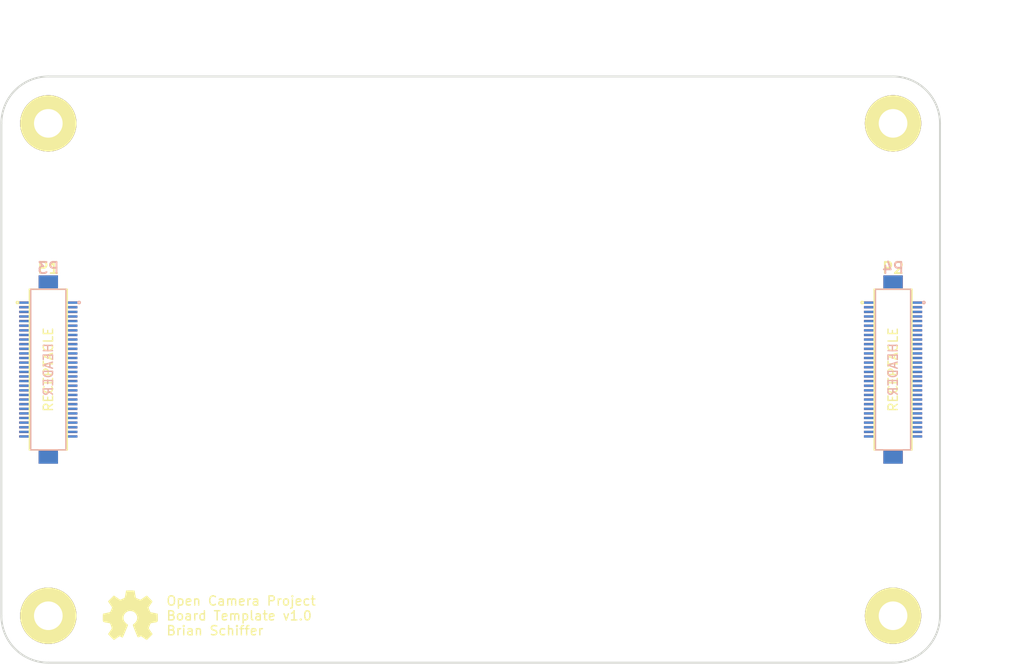
<source format=kicad_pcb>
(kicad_pcb (version 4) (host pcbnew "(2015-04-19 BZR 5613)-product")

  (general
    (links 178)
    (no_connects 178)
    (area 83.498856 68.27 202.615715 142.538)
    (thickness 1.6)
    (drawings 11)
    (tracks 0)
    (zones 0)
    (modules 9)
    (nets 63)
  )

  (page A)
  (title_block
    (title "Template - Board Name Here")
    (date "Sunday, June 07, 2015")
    (rev 1.0)
    (company "Open Camera Project")
    (comment 1 "Author: Brian Schiffer")
  )

  (layers
    (0 F.Cu signal)
    (1 F_inner.Cu signal hide)
    (2 B_inner.Cu signal hide)
    (31 B.Cu signal)
    (32 B.Adhes user)
    (33 F.Adhes user)
    (34 B.Paste user)
    (35 F.Paste user)
    (36 B.SilkS user)
    (37 F.SilkS user)
    (38 B.Mask user)
    (39 F.Mask user)
    (40 Dwgs.User user)
    (41 Cmts.User user)
    (42 Eco1.User user)
    (43 Eco2.User user)
    (44 Edge.Cuts user)
    (45 Margin user)
    (46 B.CrtYd user)
    (47 F.CrtYd user)
    (48 B.Fab user)
    (49 F.Fab user)
  )

  (setup
    (last_trace_width 0.1524)
    (user_trace_width 0.1524)
    (user_trace_width 0.2032)
    (user_trace_width 0.254)
    (user_trace_width 0.3048)
    (trace_clearance 0.1524)
    (zone_clearance 0.508)
    (zone_45_only yes)
    (trace_min 0.1524)
    (segment_width 0.2032)
    (edge_width 0.2032)
    (via_size 0.6858)
    (via_drill 0.3302)
    (via_min_size 0.6858)
    (via_min_drill 0.3302)
    (uvia_size 0.508)
    (uvia_drill 0.127)
    (uvias_allowed no)
    (uvia_min_size 0.508)
    (uvia_min_drill 0.127)
    (pcb_text_width 0.3)
    (pcb_text_size 1.5 1.5)
    (mod_edge_width 0.15)
    (mod_text_size 1 1)
    (mod_text_width 0.15)
    (pad_size 6.1 6.1)
    (pad_drill 3.1)
    (pad_to_mask_clearance 0)
    (aux_axis_origin 0 0)
    (visible_elements 7FFFFF7F)
    (pcbplotparams
      (layerselection 0x00030_80000001)
      (usegerberextensions false)
      (excludeedgelayer true)
      (linewidth 0.100000)
      (plotframeref false)
      (viasonmask false)
      (mode 1)
      (useauxorigin false)
      (hpglpennumber 1)
      (hpglpenspeed 20)
      (hpglpendiameter 15)
      (hpglpenoverlay 2)
      (psnegative false)
      (psa4output false)
      (plotreference true)
      (plotvalue true)
      (plotinvisibletext false)
      (padsonsilk false)
      (subtractmaskfromsilk false)
      (outputformat 1)
      (mirror false)
      (drillshape 1)
      (scaleselection 1)
      (outputdirectory ""))
  )

  (net 0 "")
  (net 1 GNDD)
  (net 2 /connectors/L1)
  (net 3 /connectors/L2)
  (net 4 /connectors/L3)
  (net 5 /connectors/L4)
  (net 6 /connectors/L5)
  (net 7 /connectors/L6)
  (net 8 /connectors/L7)
  (net 9 /connectors/L8)
  (net 10 /connectors/L9)
  (net 11 /connectors/L10)
  (net 12 /connectors/L11)
  (net 13 /connectors/L12)
  (net 14 /connectors/L13)
  (net 15 /connectors/L14)
  (net 16 /connectors/L15)
  (net 17 /connectors/L16)
  (net 18 /connectors/L17)
  (net 19 /connectors/L18)
  (net 20 /connectors/L19)
  (net 21 /connectors/L20)
  (net 22 /connectors/L21)
  (net 23 /connectors/L22)
  (net 24 /connectors/L23)
  (net 25 /connectors/L24)
  (net 26 /connectors/L25)
  (net 27 /connectors/L26)
  (net 28 /connectors/L27)
  (net 29 /connectors/L28)
  (net 30 /connectors/L29)
  (net 31 /connectors/L30)
  (net 32 GNDA)
  (net 33 /connectors/R1)
  (net 34 /connectors/R2)
  (net 35 /connectors/R3)
  (net 36 /connectors/R4)
  (net 37 /connectors/R5)
  (net 38 /connectors/R6)
  (net 39 /connectors/R7)
  (net 40 /connectors/R8)
  (net 41 /connectors/R9)
  (net 42 /connectors/R10)
  (net 43 /connectors/R11)
  (net 44 /connectors/R12)
  (net 45 /connectors/R13)
  (net 46 /connectors/R14)
  (net 47 /connectors/R15)
  (net 48 /connectors/R16)
  (net 49 /connectors/R17)
  (net 50 /connectors/R18)
  (net 51 /connectors/R19)
  (net 52 /connectors/R20)
  (net 53 /connectors/R21)
  (net 54 /connectors/R22)
  (net 55 /connectors/R23)
  (net 56 /connectors/R24)
  (net 57 /connectors/R25)
  (net 58 /connectors/R26)
  (net 59 /connectors/R27)
  (net 60 /connectors/R28)
  (net 61 /connectors/R29)
  (net 62 /connectors/R30)

  (net_class Default "This is the default net class."
    (clearance 0.1524)
    (trace_width 0.1524)
    (via_dia 0.6858)
    (via_drill 0.3302)
    (uvia_dia 0.508)
    (uvia_drill 0.127)
    (add_net /connectors/L1)
    (add_net /connectors/L10)
    (add_net /connectors/L11)
    (add_net /connectors/L12)
    (add_net /connectors/L13)
    (add_net /connectors/L14)
    (add_net /connectors/L15)
    (add_net /connectors/L16)
    (add_net /connectors/L17)
    (add_net /connectors/L18)
    (add_net /connectors/L19)
    (add_net /connectors/L2)
    (add_net /connectors/L20)
    (add_net /connectors/L21)
    (add_net /connectors/L22)
    (add_net /connectors/L23)
    (add_net /connectors/L24)
    (add_net /connectors/L25)
    (add_net /connectors/L26)
    (add_net /connectors/L27)
    (add_net /connectors/L28)
    (add_net /connectors/L29)
    (add_net /connectors/L3)
    (add_net /connectors/L30)
    (add_net /connectors/L4)
    (add_net /connectors/L5)
    (add_net /connectors/L6)
    (add_net /connectors/L7)
    (add_net /connectors/L8)
    (add_net /connectors/L9)
    (add_net /connectors/R1)
    (add_net /connectors/R10)
    (add_net /connectors/R11)
    (add_net /connectors/R12)
    (add_net /connectors/R13)
    (add_net /connectors/R14)
    (add_net /connectors/R15)
    (add_net /connectors/R16)
    (add_net /connectors/R17)
    (add_net /connectors/R18)
    (add_net /connectors/R19)
    (add_net /connectors/R2)
    (add_net /connectors/R20)
    (add_net /connectors/R21)
    (add_net /connectors/R22)
    (add_net /connectors/R23)
    (add_net /connectors/R24)
    (add_net /connectors/R25)
    (add_net /connectors/R26)
    (add_net /connectors/R27)
    (add_net /connectors/R28)
    (add_net /connectors/R29)
    (add_net /connectors/R3)
    (add_net /connectors/R30)
    (add_net /connectors/R4)
    (add_net /connectors/R5)
    (add_net /connectors/R6)
    (add_net /connectors/R7)
    (add_net /connectors/R8)
    (add_net /connectors/R9)
    (add_net GNDA)
    (add_net GNDD)
  )

  (module OpenCamera:oshw_logo (layer F.Cu) (tedit 5573AF1A) (tstamp 5573ADCD)
    (at 102.87 134.62)
    (fp_text reference "" (at 0 0) (layer Eco2.User) hide
      (effects (font (thickness 0.3)))
    )
    (fp_text value "" (at 0.75 0) (layer Eco2.User) hide
      (effects (font (thickness 0.3)))
    )
    (fp_poly (pts (xy 2.919555 0.4761) (xy 2.910354 0.554634) (xy 2.884819 0.607121) (xy 2.836363 0.641309)
      (xy 2.758402 0.664949) (xy 2.644349 0.68579) (xy 2.4892 0.711312) (xy 2.367677 0.733158)
      (xy 2.264825 0.75367) (xy 2.19077 0.770684) (xy 2.155638 0.782036) (xy 2.154588 0.782841)
      (xy 2.137074 0.814497) (xy 2.107083 0.881836) (xy 2.069361 0.972748) (xy 2.028654 1.075124)
      (xy 1.989706 1.176854) (xy 1.957262 1.26583) (xy 1.936069 1.329943) (xy 1.9304 1.354952)
      (xy 1.944187 1.386828) (xy 1.982062 1.451764) (xy 2.038796 1.541336) (xy 2.109159 1.647118)
      (xy 2.136856 1.687599) (xy 2.343313 1.987116) (xy 2.050809 2.279619) (xy 1.758306 2.572123)
      (xy 1.451472 2.361586) (xy 1.144638 2.151048) (xy 0.994432 2.231107) (xy 0.908029 2.273881)
      (xy 0.85467 2.290928) (xy 0.825191 2.284793) (xy 0.820168 2.279533) (xy 0.801609 2.244407)
      (xy 0.768084 2.170568) (xy 0.722754 2.065783) (xy 0.668776 1.93782) (xy 0.609308 1.794447)
      (xy 0.547509 1.643431) (xy 0.486538 1.492538) (xy 0.429553 1.349538) (xy 0.379713 1.222196)
      (xy 0.340175 1.118281) (xy 0.314098 1.04556) (xy 0.304641 1.011801) (xy 0.304641 1.011721)
      (xy 0.324796 0.972177) (xy 0.374626 0.926929) (xy 0.390619 0.916303) (xy 0.542238 0.795275)
      (xy 0.659737 0.645108) (xy 0.739813 0.474467) (xy 0.779163 0.292019) (xy 0.774485 0.106431)
      (xy 0.745353 -0.014526) (xy 0.658139 -0.203136) (xy 0.537186 -0.354473) (xy 0.385373 -0.466473)
      (xy 0.20558 -0.53707) (xy 0.000685 -0.564202) (xy -0.02178 -0.564445) (xy -0.132356 -0.560984)
      (xy -0.217565 -0.546572) (xy -0.302541 -0.515165) (xy -0.376835 -0.479073) (xy -0.542556 -0.367823)
      (xy -0.6712 -0.225037) (xy -0.759336 -0.056917) (xy -0.803529 0.13033) (xy -0.804549 0.294031)
      (xy -0.775217 0.452616) (xy -0.71538 0.595336) (xy -0.619889 0.730089) (xy -0.483598 0.864772)
      (xy -0.375307 0.9525) (xy -0.308801 1.0033) (xy -0.546978 1.5748) (xy -0.615511 1.738811)
      (xy -0.679622 1.891435) (xy -0.73607 2.025016) (xy -0.781611 2.131898) (xy -0.813003 2.204426)
      (xy -0.824187 2.229311) (xy -0.863219 2.312323) (xy -1.0195 2.233433) (xy -1.175781 2.154543)
      (xy -1.476043 2.359971) (xy -1.583509 2.433152) (xy -1.675042 2.494831) (xy -1.742993 2.539905)
      (xy -1.779715 2.563272) (xy -1.783918 2.5654) (xy -1.803469 2.548365) (xy -1.852617 2.50128)
      (xy -1.925195 2.43017) (xy -2.015035 2.341061) (xy -2.080422 2.275685) (xy -2.369314 1.985971)
      (xy -2.174435 1.704119) (xy -2.101263 1.597079) (xy -2.03834 1.502758) (xy -1.991553 1.430146)
      (xy -1.966788 1.388232) (xy -1.964923 1.384136) (xy -1.969061 1.350045) (xy -1.988288 1.280702)
      (xy -2.018372 1.187836) (xy -2.05508 1.083176) (xy -2.094179 0.978452) (xy -2.131437 0.885394)
      (xy -2.162622 0.815731) (xy -2.181899 0.782841) (xy -2.211403 0.77225) (xy -2.281016 0.755765)
      (xy -2.38069 0.735547) (xy -2.500378 0.713757) (xy -2.5146 0.711312) (xy -2.670466 0.685631)
      (xy -2.783804 0.664799) (xy -2.861322 0.641152) (xy -2.90973 0.607024) (xy -2.935734 0.554753)
      (xy -2.946042 0.476673) (xy -2.947362 0.36512) (xy -2.9464 0.217943) (xy -2.945231 0.082062)
      (xy -2.942005 -0.034979) (xy -2.937146 -0.12419) (xy -2.931077 -0.176576) (xy -2.92735 -0.186451)
      (xy -2.896825 -0.194998) (xy -2.825643 -0.21068) (xy -2.723131 -0.231565) (xy -2.598617 -0.255718)
      (xy -2.54 -0.266745) (xy -2.408768 -0.292868) (xy -2.295574 -0.318542) (xy -2.209755 -0.341406)
      (xy -2.160648 -0.359101) (xy -2.153137 -0.364546) (xy -2.136008 -0.398947) (xy -2.104257 -0.46909)
      (xy -2.062844 -0.56384) (xy -2.028322 -0.644609) (xy -1.974727 -0.779439) (xy -1.946227 -0.871866)
      (xy -1.942381 -0.923403) (xy -1.945286 -0.930174) (xy -1.967567 -0.962991) (xy -2.012607 -1.029005)
      (xy -2.074455 -1.119504) (xy -2.147159 -1.225777) (xy -2.169812 -1.258869) (xy -2.371124 -1.552907)
      (xy -2.080222 -1.843809) (xy -1.78932 -2.134711) (xy -1.454943 -1.905144) (xy -1.120566 -1.675578)
      (xy -0.858733 -1.782817) (xy -0.752205 -1.82761) (xy -0.66396 -1.866903) (xy -0.604152 -1.896033)
      (xy -0.583275 -1.9093) (xy -0.57408 -1.939797) (xy -0.557745 -2.011133) (xy -0.536213 -2.114164)
      (xy -0.51143 -2.239748) (xy -0.497988 -2.310473) (xy -0.426328 -2.6924) (xy -0.013449 -2.6924)
      (xy 0.39943 -2.6924) (xy 0.468619 -2.31775) (xy 0.493161 -2.185204) (xy 0.514555 -2.070306)
      (xy 0.531057 -1.982365) (xy 0.540927 -1.930692) (xy 0.542779 -1.921575) (xy 0.566884 -1.903965)
      (xy 0.628682 -1.87223) (xy 0.718641 -1.83097) (xy 0.820373 -1.787607) (xy 1.092996 -1.675165)
      (xy 1.428056 -1.905075) (xy 1.763117 -2.134984) (xy 2.050276 -1.84864) (xy 2.147015 -1.750022)
      (xy 2.228576 -1.662745) (xy 2.289089 -1.593428) (xy 2.322684 -1.548691) (xy 2.327392 -1.536121)
      (xy 2.30995 -1.506751) (xy 2.268923 -1.444005) (xy 2.209828 -1.356143) (xy 2.138181 -1.251428)
      (xy 2.111174 -1.212345) (xy 2.037289 -1.104148) (xy 1.975129 -1.010169) (xy 1.929914 -0.938533)
      (xy 1.906865 -0.897362) (xy 1.905 -0.891554) (xy 1.914457 -0.860098) (xy 1.940109 -0.79247)
      (xy 1.977875 -0.699078) (xy 2.017125 -0.605633) (xy 2.12925 -0.3429) (xy 2.417175 -0.286382)
      (xy 2.543519 -0.261596) (xy 2.661917 -0.238397) (xy 2.757356 -0.219723) (xy 2.8067 -0.210095)
      (xy 2.9083 -0.190326) (xy 2.915296 0.209887) (xy 2.919007 0.363767) (xy 2.919555 0.4761)
      (xy 2.919555 0.4761)) (layer F.SilkS) (width 0.1))
  )

  (module OpenCamera:MOUNTING_HOLE (layer F.Cu) (tedit 5573AED9) (tstamp 5573AEC5)
    (at 94.615 134.874)
    (fp_text reference "" (at 0 5.2) (layer Eco2.User) hide
      (effects (font (size 1.2 1.2) (thickness 0.2)))
    )
    (fp_text value "" (at -0.06 -5.14) (layer Eco2.User) hide
      (effects (font (size 1.2 1.2) (thickness 0.2)))
    )
    (pad 1 thru_hole oval (at -0.635 -0.254) (size 6.1 6.1) (drill 3.1) (layers *.Cu *.Mask F.SilkS))
  )

  (module OpenCamera:MOUNTING_HOLE (layer F.Cu) (tedit 5573AECD) (tstamp 5573AECF)
    (at 95.631 83.439)
    (fp_text reference "" (at 0 5.2) (layer Eco2.User) hide
      (effects (font (size 1.2 1.2) (thickness 0.2)))
    )
    (fp_text value "" (at -0.06 -5.14) (layer Eco2.User) hide
      (effects (font (size 1.2 1.2) (thickness 0.2)))
    )
    (pad 1 thru_hole oval (at -1.651 -2.159) (size 6.1 6.1) (drill 3.1) (layers *.Cu *.Mask F.SilkS))
  )

  (module OpenCamera:MOUNTING_HOLE (layer F.Cu) (tedit 5573AEEB) (tstamp 5573AED8)
    (at 184.531 82.169)
    (fp_text reference "" (at 0 5.2) (layer Eco2.User) hide
      (effects (font (size 1.2 1.2) (thickness 0.2)))
    )
    (fp_text value "" (at -0.06 -5.14) (layer Eco2.User) hide
      (effects (font (size 1.2 1.2) (thickness 0.2)))
    )
    (pad 1 thru_hole oval (at 0.889 -0.889) (size 6.1 6.1) (drill 3.1) (layers *.Cu *.Mask F.SilkS))
  )

  (module OpenCamera:MOUNTING_HOLE (layer F.Cu) (tedit 5573AEF6) (tstamp 5573AEE1)
    (at 183.007 133.604)
    (fp_text reference "" (at 0 5.2) (layer Eco2.User) hide
      (effects (font (size 1.2 1.2) (thickness 0.2)))
    )
    (fp_text value "" (at -0.06 -5.14) (layer Eco2.User) hide
      (effects (font (size 1.2 1.2) (thickness 0.2)))
    )
    (pad 1 thru_hole oval (at 2.413 1.016) (size 6.1 6.1) (drill 3.1) (layers *.Cu *.Mask F.SilkS))
  )

  (module OpenCamera:DF17_60_RECEPTACLE (layer F.Cu) (tedit 5574826F) (tstamp 5574B7E8)
    (at 93.98 107.95)
    (path /5574923E/55749249)
    (fp_text reference P1 (at 0 -11) (layer F.SilkS)
      (effects (font (size 1.2 1.2) (thickness 0.2)))
    )
    (fp_text value CONN_LEFT_TOP (at 0 -11) (layer Eco2.User) hide
      (effects (font (size 1.2 1.2) (thickness 0.2)))
    )
    (fp_circle (center -3.34 -7.26) (end -3.32 -7.31) (layer F.SilkS) (width 0.15))
    (fp_text user RECEPTACLE (at 0 0 90) (layer F.SilkS)
      (effects (font (size 1 1) (thickness 0.15)))
    )
    (fp_line (start -2.05 -8.7) (end 2.05 -8.7) (layer F.SilkS) (width 0.15))
    (fp_line (start 2.05 -8.7) (end 2.05 8.7) (layer F.SilkS) (width 0.15))
    (fp_line (start 2.05 8.7) (end -2.05 8.7) (layer F.SilkS) (width 0.15))
    (fp_line (start -2.05 8.7) (end -2.05 -8.7) (layer F.SilkS) (width 0.15))
    (pad "" smd rect (at 0 9.5) (size 2.1 1.4) (layers F.Cu F.Paste F.Mask))
    (pad 1 smd rect (at -2.65 -7.25) (size 1 0.25) (layers F.Cu F.Paste F.Mask)
      (net 1 GNDD))
    (pad 3 smd rect (at -2.65 -6.75) (size 1 0.25) (layers F.Cu F.Paste F.Mask)
      (net 1 GNDD))
    (pad 5 smd rect (at -2.65 -6.25) (size 1 0.25) (layers F.Cu F.Paste F.Mask)
      (net 1 GNDD))
    (pad 7 smd rect (at -2.65 -5.75) (size 1 0.25) (layers F.Cu F.Paste F.Mask)
      (net 1 GNDD))
    (pad 9 smd rect (at -2.65 -5.25) (size 1 0.25) (layers F.Cu F.Paste F.Mask)
      (net 1 GNDD))
    (pad 11 smd rect (at -2.65 -4.75) (size 1 0.25) (layers F.Cu F.Paste F.Mask)
      (net 1 GNDD))
    (pad 13 smd rect (at -2.65 -4.25) (size 1 0.25) (layers F.Cu F.Paste F.Mask)
      (net 1 GNDD))
    (pad 15 smd rect (at -2.65 -3.75) (size 1 0.25) (layers F.Cu F.Paste F.Mask)
      (net 1 GNDD))
    (pad 17 smd rect (at -2.65 -3.25) (size 1 0.25) (layers F.Cu F.Paste F.Mask)
      (net 1 GNDD))
    (pad 19 smd rect (at -2.65 -2.75) (size 1 0.25) (layers F.Cu F.Paste F.Mask)
      (net 1 GNDD))
    (pad 21 smd rect (at -2.65 -2.25) (size 1 0.25) (layers F.Cu F.Paste F.Mask)
      (net 1 GNDD))
    (pad 23 smd rect (at -2.65 -1.75) (size 1 0.25) (layers F.Cu F.Paste F.Mask)
      (net 1 GNDD))
    (pad 25 smd rect (at -2.65 -1.25) (size 1 0.25) (layers F.Cu F.Paste F.Mask)
      (net 1 GNDD))
    (pad 27 smd rect (at -2.65 -0.75) (size 1 0.25) (layers F.Cu F.Paste F.Mask)
      (net 1 GNDD))
    (pad 29 smd rect (at -2.65 -0.25) (size 1 0.25) (layers F.Cu F.Paste F.Mask)
      (net 1 GNDD))
    (pad 31 smd rect (at -2.65 0.25) (size 1 0.25) (layers F.Cu F.Paste F.Mask)
      (net 1 GNDD))
    (pad 33 smd rect (at -2.65 0.75) (size 1 0.25) (layers F.Cu F.Paste F.Mask)
      (net 1 GNDD))
    (pad 35 smd rect (at -2.65 1.25) (size 1 0.25) (layers F.Cu F.Paste F.Mask)
      (net 1 GNDD))
    (pad 37 smd rect (at -2.65 1.75) (size 1 0.25) (layers F.Cu F.Paste F.Mask)
      (net 1 GNDD))
    (pad 39 smd rect (at -2.65 2.25) (size 1 0.25) (layers F.Cu F.Paste F.Mask)
      (net 1 GNDD))
    (pad 41 smd rect (at -2.65 2.75) (size 1 0.25) (layers F.Cu F.Paste F.Mask)
      (net 1 GNDD))
    (pad 43 smd rect (at -2.65 3.25) (size 1 0.25) (layers F.Cu F.Paste F.Mask)
      (net 1 GNDD))
    (pad 45 smd rect (at -2.65 3.75) (size 1 0.25) (layers F.Cu F.Paste F.Mask)
      (net 1 GNDD))
    (pad 47 smd rect (at -2.65 4.25) (size 1 0.25) (layers F.Cu F.Paste F.Mask)
      (net 1 GNDD))
    (pad 49 smd rect (at -2.65 4.75) (size 1 0.25) (layers F.Cu F.Paste F.Mask)
      (net 1 GNDD))
    (pad 51 smd rect (at -2.65 5.25) (size 1 0.25) (layers F.Cu F.Paste F.Mask)
      (net 1 GNDD))
    (pad 53 smd rect (at -2.65 5.75) (size 1 0.25) (layers F.Cu F.Paste F.Mask)
      (net 1 GNDD))
    (pad 55 smd rect (at -2.65 6.25) (size 1 0.25) (layers F.Cu F.Paste F.Mask)
      (net 1 GNDD))
    (pad 57 smd rect (at -2.65 6.75) (size 1 0.25) (layers F.Cu F.Paste F.Mask)
      (net 1 GNDD))
    (pad 59 smd rect (at -2.65 7.25) (size 1 0.25) (layers F.Cu F.Paste F.Mask)
      (net 1 GNDD))
    (pad 2 smd rect (at 2.65 -7.25) (size 1 0.25) (layers F.Cu F.Paste F.Mask)
      (net 2 /connectors/L1))
    (pad 4 smd rect (at 2.65 -6.75) (size 1 0.25) (layers F.Cu F.Paste F.Mask)
      (net 3 /connectors/L2))
    (pad 6 smd rect (at 2.65 -6.25) (size 1 0.25) (layers F.Cu F.Paste F.Mask)
      (net 4 /connectors/L3))
    (pad 8 smd rect (at 2.65 -5.75) (size 1 0.25) (layers F.Cu F.Paste F.Mask)
      (net 5 /connectors/L4))
    (pad 10 smd rect (at 2.65 -5.25) (size 1 0.25) (layers F.Cu F.Paste F.Mask)
      (net 6 /connectors/L5))
    (pad 12 smd rect (at 2.65 -4.75) (size 1 0.25) (layers F.Cu F.Paste F.Mask)
      (net 7 /connectors/L6))
    (pad 14 smd rect (at 2.65 -4.25) (size 1 0.25) (layers F.Cu F.Paste F.Mask)
      (net 8 /connectors/L7))
    (pad 16 smd rect (at 2.65 -3.75) (size 1 0.25) (layers F.Cu F.Paste F.Mask)
      (net 9 /connectors/L8))
    (pad 18 smd rect (at 2.65 -3.25) (size 1 0.25) (layers F.Cu F.Paste F.Mask)
      (net 10 /connectors/L9))
    (pad 20 smd rect (at 2.65 -2.75) (size 1 0.25) (layers F.Cu F.Paste F.Mask)
      (net 11 /connectors/L10))
    (pad 22 smd rect (at 2.65 -2.25) (size 1 0.25) (layers F.Cu F.Paste F.Mask)
      (net 12 /connectors/L11))
    (pad 24 smd rect (at 2.65 -1.75) (size 1 0.25) (layers F.Cu F.Paste F.Mask)
      (net 13 /connectors/L12))
    (pad 26 smd rect (at 2.65 -1.25) (size 1 0.25) (layers F.Cu F.Paste F.Mask)
      (net 14 /connectors/L13))
    (pad 28 smd rect (at 2.65 -0.75) (size 1 0.25) (layers F.Cu F.Paste F.Mask)
      (net 15 /connectors/L14))
    (pad 30 smd rect (at 2.65 -0.25) (size 1 0.25) (layers F.Cu F.Paste F.Mask)
      (net 16 /connectors/L15))
    (pad 32 smd rect (at 2.65 0.25) (size 1 0.25) (layers F.Cu F.Paste F.Mask)
      (net 17 /connectors/L16))
    (pad 34 smd rect (at 2.65 0.75) (size 1 0.25) (layers F.Cu F.Paste F.Mask)
      (net 18 /connectors/L17))
    (pad 36 smd rect (at 2.65 1.25) (size 1 0.25) (layers F.Cu F.Paste F.Mask)
      (net 19 /connectors/L18))
    (pad 38 smd rect (at 2.65 1.75) (size 1 0.25) (layers F.Cu F.Paste F.Mask)
      (net 20 /connectors/L19))
    (pad 40 smd rect (at 2.65 2.25) (size 1 0.25) (layers F.Cu F.Paste F.Mask)
      (net 21 /connectors/L20))
    (pad 42 smd rect (at 2.65 2.75) (size 1 0.25) (layers F.Cu F.Paste F.Mask)
      (net 22 /connectors/L21))
    (pad 44 smd rect (at 2.65 3.25) (size 1 0.25) (layers F.Cu F.Paste F.Mask)
      (net 23 /connectors/L22))
    (pad 46 smd rect (at 2.65 3.75) (size 1 0.25) (layers F.Cu F.Paste F.Mask)
      (net 24 /connectors/L23))
    (pad 48 smd rect (at 2.65 4.25) (size 1 0.25) (layers F.Cu F.Paste F.Mask)
      (net 25 /connectors/L24))
    (pad 50 smd rect (at 2.65 4.75) (size 1 0.25) (layers F.Cu F.Paste F.Mask)
      (net 26 /connectors/L25))
    (pad 52 smd rect (at 2.65 5.25) (size 1 0.25) (layers F.Cu F.Paste F.Mask)
      (net 27 /connectors/L26))
    (pad 54 smd rect (at 2.65 5.75) (size 1 0.25) (layers F.Cu F.Paste F.Mask)
      (net 28 /connectors/L27))
    (pad 56 smd rect (at 2.65 6.25) (size 1 0.25) (layers F.Cu F.Paste F.Mask)
      (net 29 /connectors/L28))
    (pad 58 smd rect (at 2.65 6.75) (size 1 0.25) (layers F.Cu F.Paste F.Mask)
      (net 30 /connectors/L29))
    (pad 60 smd rect (at 2.65 7.25) (size 1 0.25) (layers F.Cu F.Paste F.Mask)
      (net 31 /connectors/L30))
    (pad "" smd rect (at 0 -9.5) (size 2.1 1.4) (layers F.Cu F.Paste F.Mask))
  )

  (module OpenCamera:DF17_60_HEADER (layer B.Cu) (tedit 557483EA) (tstamp 5574B878)
    (at 93.98 107.95 180)
    (path /5574923E/557492B9)
    (fp_text reference P3 (at 0 11 180) (layer B.SilkS)
      (effects (font (size 1.2 1.2) (thickness 0.2)) (justify mirror))
    )
    (fp_text value CONN_LEFT_BOTTOM (at 0 11 180) (layer Eco2.User) hide
      (effects (font (size 1.2 1.2) (thickness 0.2)))
    )
    (fp_line (start -1.9 8.7) (end 1.9 8.7) (layer B.SilkS) (width 0.15))
    (fp_line (start 1.9 8.7) (end 1.9 -8.7) (layer B.SilkS) (width 0.15))
    (fp_line (start 1.9 -8.7) (end -1.9 -8.7) (layer B.SilkS) (width 0.15))
    (fp_line (start -1.9 -8.7) (end -1.9 8.7) (layer B.SilkS) (width 0.15))
    (fp_text user HEADER (at 0 0 450) (layer B.SilkS)
      (effects (font (size 1 1) (thickness 0.15)) (justify mirror))
    )
    (fp_circle (center -3.34 7.26) (end -3.32 7.31) (layer B.SilkS) (width 0.15))
    (pad "" smd rect (at 0 -9.5 180) (size 2.1 1.4) (layers B.Cu B.Paste B.Mask))
    (pad 1 smd rect (at -2.575 7.25 180) (size 1.15 0.25) (layers B.Cu B.Paste B.Mask)
      (net 2 /connectors/L1))
    (pad 3 smd rect (at -2.575 6.75 180) (size 1.15 0.25) (layers B.Cu B.Paste B.Mask)
      (net 3 /connectors/L2))
    (pad 5 smd rect (at -2.575 6.25 180) (size 1.15 0.25) (layers B.Cu B.Paste B.Mask)
      (net 4 /connectors/L3))
    (pad 7 smd rect (at -2.575 5.75 180) (size 1.15 0.25) (layers B.Cu B.Paste B.Mask)
      (net 5 /connectors/L4))
    (pad 9 smd rect (at -2.575 5.25 180) (size 1.15 0.25) (layers B.Cu B.Paste B.Mask)
      (net 6 /connectors/L5))
    (pad 11 smd rect (at -2.575 4.75 180) (size 1.15 0.25) (layers B.Cu B.Paste B.Mask)
      (net 7 /connectors/L6))
    (pad 13 smd rect (at -2.575 4.25 180) (size 1.15 0.25) (layers B.Cu B.Paste B.Mask)
      (net 8 /connectors/L7))
    (pad 15 smd rect (at -2.575 3.75 180) (size 1.15 0.25) (layers B.Cu B.Paste B.Mask)
      (net 9 /connectors/L8))
    (pad 17 smd rect (at -2.575 3.25 180) (size 1.15 0.25) (layers B.Cu B.Paste B.Mask)
      (net 10 /connectors/L9))
    (pad 19 smd rect (at -2.575 2.75 180) (size 1.15 0.25) (layers B.Cu B.Paste B.Mask)
      (net 11 /connectors/L10))
    (pad 21 smd rect (at -2.575 2.25 180) (size 1.15 0.25) (layers B.Cu B.Paste B.Mask)
      (net 12 /connectors/L11))
    (pad 23 smd rect (at -2.575 1.75 180) (size 1.15 0.25) (layers B.Cu B.Paste B.Mask)
      (net 13 /connectors/L12))
    (pad 25 smd rect (at -2.575 1.25 180) (size 1.15 0.25) (layers B.Cu B.Paste B.Mask)
      (net 14 /connectors/L13))
    (pad 27 smd rect (at -2.575 0.75 180) (size 1.15 0.25) (layers B.Cu B.Paste B.Mask)
      (net 15 /connectors/L14))
    (pad 29 smd rect (at -2.575 0.25 180) (size 1.15 0.25) (layers B.Cu B.Paste B.Mask)
      (net 16 /connectors/L15))
    (pad 31 smd rect (at -2.575 -0.25 180) (size 1.15 0.25) (layers B.Cu B.Paste B.Mask)
      (net 17 /connectors/L16))
    (pad 33 smd rect (at -2.575 -0.75 180) (size 1.15 0.25) (layers B.Cu B.Paste B.Mask)
      (net 18 /connectors/L17))
    (pad 35 smd rect (at -2.575 -1.25 180) (size 1.15 0.25) (layers B.Cu B.Paste B.Mask)
      (net 19 /connectors/L18))
    (pad 37 smd rect (at -2.575 -1.75 180) (size 1.15 0.25) (layers B.Cu B.Paste B.Mask)
      (net 20 /connectors/L19))
    (pad 39 smd rect (at -2.575 -2.25 180) (size 1.15 0.25) (layers B.Cu B.Paste B.Mask)
      (net 21 /connectors/L20))
    (pad 41 smd rect (at -2.575 -2.75 180) (size 1.15 0.25) (layers B.Cu B.Paste B.Mask)
      (net 22 /connectors/L21))
    (pad 43 smd rect (at -2.575 -3.25 180) (size 1.15 0.25) (layers B.Cu B.Paste B.Mask)
      (net 23 /connectors/L22))
    (pad 45 smd rect (at -2.575 -3.75 180) (size 1.15 0.25) (layers B.Cu B.Paste B.Mask)
      (net 24 /connectors/L23))
    (pad 47 smd rect (at -2.575 -4.25 180) (size 1.15 0.25) (layers B.Cu B.Paste B.Mask)
      (net 25 /connectors/L24))
    (pad 49 smd rect (at -2.575 -4.75 180) (size 1.15 0.25) (layers B.Cu B.Paste B.Mask)
      (net 26 /connectors/L25))
    (pad 51 smd rect (at -2.575 -5.25 180) (size 1.15 0.25) (layers B.Cu B.Paste B.Mask)
      (net 27 /connectors/L26))
    (pad 53 smd rect (at -2.575 -5.75 180) (size 1.15 0.25) (layers B.Cu B.Paste B.Mask)
      (net 28 /connectors/L27))
    (pad 55 smd rect (at -2.575 -6.25 180) (size 1.15 0.25) (layers B.Cu B.Paste B.Mask)
      (net 29 /connectors/L28))
    (pad 57 smd rect (at -2.575 -6.75 180) (size 1.15 0.25) (layers B.Cu B.Paste B.Mask)
      (net 30 /connectors/L29))
    (pad 59 smd rect (at -2.575 -7.25 180) (size 1.15 0.25) (layers B.Cu B.Paste B.Mask)
      (net 31 /connectors/L30))
    (pad 2 smd rect (at 2.575 7.25 180) (size 1.15 0.25) (layers B.Cu B.Paste B.Mask)
      (net 1 GNDD))
    (pad 4 smd rect (at 2.575 6.75 180) (size 1.15 0.25) (layers B.Cu B.Paste B.Mask)
      (net 1 GNDD))
    (pad 6 smd rect (at 2.575 6.25 180) (size 1.15 0.25) (layers B.Cu B.Paste B.Mask)
      (net 1 GNDD))
    (pad 8 smd rect (at 2.575 5.75 180) (size 1.15 0.25) (layers B.Cu B.Paste B.Mask)
      (net 1 GNDD))
    (pad 10 smd rect (at 2.575 5.25 180) (size 1.15 0.25) (layers B.Cu B.Paste B.Mask)
      (net 1 GNDD))
    (pad 12 smd rect (at 2.575 4.75 180) (size 1.15 0.25) (layers B.Cu B.Paste B.Mask)
      (net 1 GNDD))
    (pad 14 smd rect (at 2.575 4.25 180) (size 1.15 0.25) (layers B.Cu B.Paste B.Mask)
      (net 1 GNDD))
    (pad 16 smd rect (at 2.575 3.75 180) (size 1.15 0.25) (layers B.Cu B.Paste B.Mask)
      (net 1 GNDD))
    (pad 18 smd rect (at 2.575 3.25 180) (size 1.15 0.25) (layers B.Cu B.Paste B.Mask)
      (net 1 GNDD))
    (pad 20 smd rect (at 2.575 2.75 180) (size 1.15 0.25) (layers B.Cu B.Paste B.Mask)
      (net 1 GNDD))
    (pad 22 smd rect (at 2.575 2.25 180) (size 1.15 0.25) (layers B.Cu B.Paste B.Mask)
      (net 1 GNDD))
    (pad 24 smd rect (at 2.575 1.75 180) (size 1.15 0.25) (layers B.Cu B.Paste B.Mask)
      (net 1 GNDD))
    (pad 26 smd rect (at 2.575 1.25 180) (size 1.15 0.25) (layers B.Cu B.Paste B.Mask)
      (net 1 GNDD))
    (pad 28 smd rect (at 2.575 0.75 180) (size 1.15 0.25) (layers B.Cu B.Paste B.Mask)
      (net 1 GNDD))
    (pad 30 smd rect (at 2.575 0.25 180) (size 1.15 0.25) (layers B.Cu B.Paste B.Mask)
      (net 1 GNDD))
    (pad 32 smd rect (at 2.575 -0.25 180) (size 1.15 0.25) (layers B.Cu B.Paste B.Mask)
      (net 1 GNDD))
    (pad 34 smd rect (at 2.575 -0.75 180) (size 1.15 0.25) (layers B.Cu B.Paste B.Mask)
      (net 1 GNDD))
    (pad 36 smd rect (at 2.575 -1.25 180) (size 1.15 0.25) (layers B.Cu B.Paste B.Mask)
      (net 1 GNDD))
    (pad 38 smd rect (at 2.575 -1.75 180) (size 1.15 0.25) (layers B.Cu B.Paste B.Mask)
      (net 1 GNDD))
    (pad 40 smd rect (at 2.575 -2.25 180) (size 1.15 0.25) (layers B.Cu B.Paste B.Mask)
      (net 1 GNDD))
    (pad 42 smd rect (at 2.575 -2.75 180) (size 1.15 0.25) (layers B.Cu B.Paste B.Mask)
      (net 1 GNDD))
    (pad 44 smd rect (at 2.575 -3.25 180) (size 1.15 0.25) (layers B.Cu B.Paste B.Mask)
      (net 1 GNDD))
    (pad 46 smd rect (at 2.575 -3.75 180) (size 1.15 0.25) (layers B.Cu B.Paste B.Mask)
      (net 1 GNDD))
    (pad 48 smd rect (at 2.575 -4.25 180) (size 1.15 0.25) (layers B.Cu B.Paste B.Mask)
      (net 1 GNDD))
    (pad 50 smd rect (at 2.575 -4.75 180) (size 1.15 0.25) (layers B.Cu B.Paste B.Mask)
      (net 1 GNDD))
    (pad 52 smd rect (at 2.575 -5.25 180) (size 1.15 0.25) (layers B.Cu B.Paste B.Mask)
      (net 1 GNDD))
    (pad 54 smd rect (at 2.575 -5.75 180) (size 1.15 0.25) (layers B.Cu B.Paste B.Mask)
      (net 1 GNDD))
    (pad 56 smd rect (at 2.575 -6.25 180) (size 1.15 0.25) (layers B.Cu B.Paste B.Mask)
      (net 1 GNDD))
    (pad 58 smd rect (at 2.575 -6.75 180) (size 1.15 0.25) (layers B.Cu B.Paste B.Mask)
      (net 1 GNDD))
    (pad 60 smd rect (at 2.575 -7.25 180) (size 1.15 0.25) (layers B.Cu B.Paste B.Mask)
      (net 1 GNDD))
    (pad "" smd rect (at 0 9.5 180) (size 2.1 1.4) (layers B.Cu B.Paste B.Mask))
  )

  (module OpenCamera:DF17_60_RECEPTACLE (layer F.Cu) (tedit 5574826F) (tstamp 5574C189)
    (at 185.42 107.95)
    (path /5574923E/55749341)
    (fp_text reference P2 (at 0 -11) (layer F.SilkS)
      (effects (font (size 1.2 1.2) (thickness 0.2)))
    )
    (fp_text value CONN_RIGHT_TOP (at 0 -11) (layer Eco2.User) hide
      (effects (font (size 1.2 1.2) (thickness 0.2)))
    )
    (fp_circle (center -3.34 -7.26) (end -3.32 -7.31) (layer F.SilkS) (width 0.15))
    (fp_text user RECEPTACLE (at 0 0 90) (layer F.SilkS)
      (effects (font (size 1 1) (thickness 0.15)))
    )
    (fp_line (start -2.05 -8.7) (end 2.05 -8.7) (layer F.SilkS) (width 0.15))
    (fp_line (start 2.05 -8.7) (end 2.05 8.7) (layer F.SilkS) (width 0.15))
    (fp_line (start 2.05 8.7) (end -2.05 8.7) (layer F.SilkS) (width 0.15))
    (fp_line (start -2.05 8.7) (end -2.05 -8.7) (layer F.SilkS) (width 0.15))
    (pad "" smd rect (at 0 9.5) (size 2.1 1.4) (layers F.Cu F.Paste F.Mask))
    (pad 1 smd rect (at -2.65 -7.25) (size 1 0.25) (layers F.Cu F.Paste F.Mask)
      (net 33 /connectors/R1))
    (pad 3 smd rect (at -2.65 -6.75) (size 1 0.25) (layers F.Cu F.Paste F.Mask)
      (net 34 /connectors/R2))
    (pad 5 smd rect (at -2.65 -6.25) (size 1 0.25) (layers F.Cu F.Paste F.Mask)
      (net 35 /connectors/R3))
    (pad 7 smd rect (at -2.65 -5.75) (size 1 0.25) (layers F.Cu F.Paste F.Mask)
      (net 36 /connectors/R4))
    (pad 9 smd rect (at -2.65 -5.25) (size 1 0.25) (layers F.Cu F.Paste F.Mask)
      (net 37 /connectors/R5))
    (pad 11 smd rect (at -2.65 -4.75) (size 1 0.25) (layers F.Cu F.Paste F.Mask)
      (net 38 /connectors/R6))
    (pad 13 smd rect (at -2.65 -4.25) (size 1 0.25) (layers F.Cu F.Paste F.Mask)
      (net 39 /connectors/R7))
    (pad 15 smd rect (at -2.65 -3.75) (size 1 0.25) (layers F.Cu F.Paste F.Mask)
      (net 40 /connectors/R8))
    (pad 17 smd rect (at -2.65 -3.25) (size 1 0.25) (layers F.Cu F.Paste F.Mask)
      (net 41 /connectors/R9))
    (pad 19 smd rect (at -2.65 -2.75) (size 1 0.25) (layers F.Cu F.Paste F.Mask)
      (net 42 /connectors/R10))
    (pad 21 smd rect (at -2.65 -2.25) (size 1 0.25) (layers F.Cu F.Paste F.Mask)
      (net 43 /connectors/R11))
    (pad 23 smd rect (at -2.65 -1.75) (size 1 0.25) (layers F.Cu F.Paste F.Mask)
      (net 44 /connectors/R12))
    (pad 25 smd rect (at -2.65 -1.25) (size 1 0.25) (layers F.Cu F.Paste F.Mask)
      (net 45 /connectors/R13))
    (pad 27 smd rect (at -2.65 -0.75) (size 1 0.25) (layers F.Cu F.Paste F.Mask)
      (net 46 /connectors/R14))
    (pad 29 smd rect (at -2.65 -0.25) (size 1 0.25) (layers F.Cu F.Paste F.Mask)
      (net 47 /connectors/R15))
    (pad 31 smd rect (at -2.65 0.25) (size 1 0.25) (layers F.Cu F.Paste F.Mask)
      (net 48 /connectors/R16))
    (pad 33 smd rect (at -2.65 0.75) (size 1 0.25) (layers F.Cu F.Paste F.Mask)
      (net 49 /connectors/R17))
    (pad 35 smd rect (at -2.65 1.25) (size 1 0.25) (layers F.Cu F.Paste F.Mask)
      (net 50 /connectors/R18))
    (pad 37 smd rect (at -2.65 1.75) (size 1 0.25) (layers F.Cu F.Paste F.Mask)
      (net 51 /connectors/R19))
    (pad 39 smd rect (at -2.65 2.25) (size 1 0.25) (layers F.Cu F.Paste F.Mask)
      (net 52 /connectors/R20))
    (pad 41 smd rect (at -2.65 2.75) (size 1 0.25) (layers F.Cu F.Paste F.Mask)
      (net 53 /connectors/R21))
    (pad 43 smd rect (at -2.65 3.25) (size 1 0.25) (layers F.Cu F.Paste F.Mask)
      (net 54 /connectors/R22))
    (pad 45 smd rect (at -2.65 3.75) (size 1 0.25) (layers F.Cu F.Paste F.Mask)
      (net 55 /connectors/R23))
    (pad 47 smd rect (at -2.65 4.25) (size 1 0.25) (layers F.Cu F.Paste F.Mask)
      (net 56 /connectors/R24))
    (pad 49 smd rect (at -2.65 4.75) (size 1 0.25) (layers F.Cu F.Paste F.Mask)
      (net 57 /connectors/R25))
    (pad 51 smd rect (at -2.65 5.25) (size 1 0.25) (layers F.Cu F.Paste F.Mask)
      (net 58 /connectors/R26))
    (pad 53 smd rect (at -2.65 5.75) (size 1 0.25) (layers F.Cu F.Paste F.Mask)
      (net 59 /connectors/R27))
    (pad 55 smd rect (at -2.65 6.25) (size 1 0.25) (layers F.Cu F.Paste F.Mask)
      (net 60 /connectors/R28))
    (pad 57 smd rect (at -2.65 6.75) (size 1 0.25) (layers F.Cu F.Paste F.Mask)
      (net 61 /connectors/R29))
    (pad 59 smd rect (at -2.65 7.25) (size 1 0.25) (layers F.Cu F.Paste F.Mask)
      (net 62 /connectors/R30))
    (pad 2 smd rect (at 2.65 -7.25) (size 1 0.25) (layers F.Cu F.Paste F.Mask)
      (net 32 GNDA))
    (pad 4 smd rect (at 2.65 -6.75) (size 1 0.25) (layers F.Cu F.Paste F.Mask)
      (net 32 GNDA))
    (pad 6 smd rect (at 2.65 -6.25) (size 1 0.25) (layers F.Cu F.Paste F.Mask)
      (net 32 GNDA))
    (pad 8 smd rect (at 2.65 -5.75) (size 1 0.25) (layers F.Cu F.Paste F.Mask)
      (net 32 GNDA))
    (pad 10 smd rect (at 2.65 -5.25) (size 1 0.25) (layers F.Cu F.Paste F.Mask)
      (net 32 GNDA))
    (pad 12 smd rect (at 2.65 -4.75) (size 1 0.25) (layers F.Cu F.Paste F.Mask)
      (net 32 GNDA))
    (pad 14 smd rect (at 2.65 -4.25) (size 1 0.25) (layers F.Cu F.Paste F.Mask)
      (net 32 GNDA))
    (pad 16 smd rect (at 2.65 -3.75) (size 1 0.25) (layers F.Cu F.Paste F.Mask)
      (net 32 GNDA))
    (pad 18 smd rect (at 2.65 -3.25) (size 1 0.25) (layers F.Cu F.Paste F.Mask)
      (net 32 GNDA))
    (pad 20 smd rect (at 2.65 -2.75) (size 1 0.25) (layers F.Cu F.Paste F.Mask)
      (net 32 GNDA))
    (pad 22 smd rect (at 2.65 -2.25) (size 1 0.25) (layers F.Cu F.Paste F.Mask)
      (net 32 GNDA))
    (pad 24 smd rect (at 2.65 -1.75) (size 1 0.25) (layers F.Cu F.Paste F.Mask)
      (net 32 GNDA))
    (pad 26 smd rect (at 2.65 -1.25) (size 1 0.25) (layers F.Cu F.Paste F.Mask)
      (net 32 GNDA))
    (pad 28 smd rect (at 2.65 -0.75) (size 1 0.25) (layers F.Cu F.Paste F.Mask)
      (net 32 GNDA))
    (pad 30 smd rect (at 2.65 -0.25) (size 1 0.25) (layers F.Cu F.Paste F.Mask)
      (net 32 GNDA))
    (pad 32 smd rect (at 2.65 0.25) (size 1 0.25) (layers F.Cu F.Paste F.Mask)
      (net 32 GNDA))
    (pad 34 smd rect (at 2.65 0.75) (size 1 0.25) (layers F.Cu F.Paste F.Mask)
      (net 32 GNDA))
    (pad 36 smd rect (at 2.65 1.25) (size 1 0.25) (layers F.Cu F.Paste F.Mask)
      (net 32 GNDA))
    (pad 38 smd rect (at 2.65 1.75) (size 1 0.25) (layers F.Cu F.Paste F.Mask)
      (net 32 GNDA))
    (pad 40 smd rect (at 2.65 2.25) (size 1 0.25) (layers F.Cu F.Paste F.Mask)
      (net 32 GNDA))
    (pad 42 smd rect (at 2.65 2.75) (size 1 0.25) (layers F.Cu F.Paste F.Mask)
      (net 32 GNDA))
    (pad 44 smd rect (at 2.65 3.25) (size 1 0.25) (layers F.Cu F.Paste F.Mask)
      (net 32 GNDA))
    (pad 46 smd rect (at 2.65 3.75) (size 1 0.25) (layers F.Cu F.Paste F.Mask)
      (net 32 GNDA))
    (pad 48 smd rect (at 2.65 4.25) (size 1 0.25) (layers F.Cu F.Paste F.Mask)
      (net 32 GNDA))
    (pad 50 smd rect (at 2.65 4.75) (size 1 0.25) (layers F.Cu F.Paste F.Mask)
      (net 32 GNDA))
    (pad 52 smd rect (at 2.65 5.25) (size 1 0.25) (layers F.Cu F.Paste F.Mask)
      (net 32 GNDA))
    (pad 54 smd rect (at 2.65 5.75) (size 1 0.25) (layers F.Cu F.Paste F.Mask)
      (net 32 GNDA))
    (pad 56 smd rect (at 2.65 6.25) (size 1 0.25) (layers F.Cu F.Paste F.Mask)
      (net 32 GNDA))
    (pad 58 smd rect (at 2.65 6.75) (size 1 0.25) (layers F.Cu F.Paste F.Mask)
      (net 32 GNDA))
    (pad 60 smd rect (at 2.65 7.25) (size 1 0.25) (layers F.Cu F.Paste F.Mask)
      (net 32 GNDA))
    (pad "" smd rect (at 0 -9.5) (size 2.1 1.4) (layers F.Cu F.Paste F.Mask))
  )

  (module OpenCamera:DF17_60_HEADER (layer B.Cu) (tedit 557476B0) (tstamp 5574C1D1)
    (at 185.42 107.95 180)
    (path /5574923E/557492FE)
    (fp_text reference P4 (at 0 11 180) (layer B.SilkS)
      (effects (font (size 1.2 1.2) (thickness 0.2)) (justify mirror))
    )
    (fp_text value CONN_RIGHT_BOTTOM (at 0 11 180) (layer Eco2.User) hide
      (effects (font (size 1.2 1.2) (thickness 0.2)))
    )
    (fp_line (start -1.9 8.7) (end 1.9 8.7) (layer B.SilkS) (width 0.15))
    (fp_line (start 1.9 8.7) (end 1.9 -8.7) (layer B.SilkS) (width 0.15))
    (fp_line (start 1.9 -8.7) (end -1.9 -8.7) (layer B.SilkS) (width 0.15))
    (fp_line (start -1.9 -8.7) (end -1.9 8.7) (layer B.SilkS) (width 0.15))
    (fp_text user HEADER (at 0 0 450) (layer B.SilkS)
      (effects (font (size 1 1) (thickness 0.15)) (justify mirror))
    )
    (fp_circle (center -3.34 7.26) (end -3.32 7.31) (layer B.SilkS) (width 0.15))
    (pad "" smd rect (at 0 -9.5 180) (size 2.1 1.4) (layers B.Cu B.Paste B.Mask))
    (pad 1 smd rect (at -2.575 7.25 180) (size 1.15 0.25) (layers B.Cu B.Paste B.Mask)
      (net 32 GNDA))
    (pad 3 smd rect (at -2.575 6.75 180) (size 1.15 0.25) (layers B.Cu B.Paste B.Mask)
      (net 32 GNDA))
    (pad 5 smd rect (at -2.575 6.25 180) (size 1.15 0.25) (layers B.Cu B.Paste B.Mask)
      (net 32 GNDA))
    (pad 7 smd rect (at -2.575 5.75 180) (size 1.15 0.25) (layers B.Cu B.Paste B.Mask)
      (net 32 GNDA))
    (pad 9 smd rect (at -2.575 5.25 180) (size 1.15 0.25) (layers B.Cu B.Paste B.Mask)
      (net 32 GNDA))
    (pad 11 smd rect (at -2.575 4.75 180) (size 1.15 0.25) (layers B.Cu B.Paste B.Mask)
      (net 32 GNDA))
    (pad 13 smd rect (at -2.575 4.25 180) (size 1.15 0.25) (layers B.Cu B.Paste B.Mask)
      (net 32 GNDA))
    (pad 15 smd rect (at -2.575 3.75 180) (size 1.15 0.25) (layers B.Cu B.Paste B.Mask)
      (net 32 GNDA))
    (pad 17 smd rect (at -2.575 3.25 180) (size 1.15 0.25) (layers B.Cu B.Paste B.Mask)
      (net 32 GNDA))
    (pad 19 smd rect (at -2.575 2.75 180) (size 1.15 0.25) (layers B.Cu B.Paste B.Mask)
      (net 32 GNDA))
    (pad 21 smd rect (at -2.575 2.25 180) (size 1.15 0.25) (layers B.Cu B.Paste B.Mask)
      (net 32 GNDA))
    (pad 23 smd rect (at -2.575 1.75 180) (size 1.15 0.25) (layers B.Cu B.Paste B.Mask)
      (net 32 GNDA))
    (pad 25 smd rect (at -2.575 1.25 180) (size 1.15 0.25) (layers B.Cu B.Paste B.Mask)
      (net 32 GNDA))
    (pad 27 smd rect (at -2.575 0.75 180) (size 1.15 0.25) (layers B.Cu B.Paste B.Mask)
      (net 32 GNDA))
    (pad 29 smd rect (at -2.575 0.25 180) (size 1.15 0.25) (layers B.Cu B.Paste B.Mask)
      (net 32 GNDA))
    (pad 31 smd rect (at -2.575 -0.25 180) (size 1.15 0.25) (layers B.Cu B.Paste B.Mask)
      (net 32 GNDA))
    (pad 33 smd rect (at -2.575 -0.75 180) (size 1.15 0.25) (layers B.Cu B.Paste B.Mask)
      (net 32 GNDA))
    (pad 35 smd rect (at -2.575 -1.25 180) (size 1.15 0.25) (layers B.Cu B.Paste B.Mask)
      (net 32 GNDA))
    (pad 37 smd rect (at -2.575 -1.75 180) (size 1.15 0.25) (layers B.Cu B.Paste B.Mask)
      (net 32 GNDA))
    (pad 39 smd rect (at -2.575 -2.25 180) (size 1.15 0.25) (layers B.Cu B.Paste B.Mask)
      (net 32 GNDA))
    (pad 41 smd rect (at -2.575 -2.75 180) (size 1.15 0.25) (layers B.Cu B.Paste B.Mask)
      (net 32 GNDA))
    (pad 43 smd rect (at -2.575 -3.25 180) (size 1.15 0.25) (layers B.Cu B.Paste B.Mask)
      (net 32 GNDA))
    (pad 45 smd rect (at -2.575 -3.75 180) (size 1.15 0.25) (layers B.Cu B.Paste B.Mask)
      (net 32 GNDA))
    (pad 47 smd rect (at -2.575 -4.25 180) (size 1.15 0.25) (layers B.Cu B.Paste B.Mask)
      (net 32 GNDA))
    (pad 49 smd rect (at -2.575 -4.75 180) (size 1.15 0.25) (layers B.Cu B.Paste B.Mask)
      (net 32 GNDA))
    (pad 51 smd rect (at -2.575 -5.25 180) (size 1.15 0.25) (layers B.Cu B.Paste B.Mask)
      (net 32 GNDA))
    (pad 53 smd rect (at -2.575 -5.75 180) (size 1.15 0.25) (layers B.Cu B.Paste B.Mask)
      (net 32 GNDA))
    (pad 55 smd rect (at -2.575 -6.25 180) (size 1.15 0.25) (layers B.Cu B.Paste B.Mask)
      (net 32 GNDA))
    (pad 57 smd rect (at -2.575 -6.75 180) (size 1.15 0.25) (layers B.Cu B.Paste B.Mask)
      (net 32 GNDA))
    (pad 59 smd rect (at -2.575 -7.25 180) (size 1.15 0.25) (layers B.Cu B.Paste B.Mask)
      (net 32 GNDA))
    (pad 2 smd rect (at 2.575 7.25 180) (size 1.15 0.25) (layers B.Cu B.Paste B.Mask)
      (net 33 /connectors/R1))
    (pad 4 smd rect (at 2.575 6.75 180) (size 1.15 0.25) (layers B.Cu B.Paste B.Mask)
      (net 34 /connectors/R2))
    (pad 6 smd rect (at 2.575 6.25 180) (size 1.15 0.25) (layers B.Cu B.Paste B.Mask)
      (net 35 /connectors/R3))
    (pad 8 smd rect (at 2.575 5.75 180) (size 1.15 0.25) (layers B.Cu B.Paste B.Mask)
      (net 36 /connectors/R4))
    (pad 10 smd rect (at 2.575 5.25 180) (size 1.15 0.25) (layers B.Cu B.Paste B.Mask)
      (net 37 /connectors/R5))
    (pad 12 smd rect (at 2.575 4.75 180) (size 1.15 0.25) (layers B.Cu B.Paste B.Mask)
      (net 38 /connectors/R6))
    (pad 14 smd rect (at 2.575 4.25 180) (size 1.15 0.25) (layers B.Cu B.Paste B.Mask)
      (net 39 /connectors/R7))
    (pad 16 smd rect (at 2.575 3.75 180) (size 1.15 0.25) (layers B.Cu B.Paste B.Mask)
      (net 40 /connectors/R8))
    (pad 18 smd rect (at 2.575 3.25 180) (size 1.15 0.25) (layers B.Cu B.Paste B.Mask)
      (net 41 /connectors/R9))
    (pad 20 smd rect (at 2.575 2.75 180) (size 1.15 0.25) (layers B.Cu B.Paste B.Mask)
      (net 42 /connectors/R10))
    (pad 22 smd rect (at 2.575 2.25 180) (size 1.15 0.25) (layers B.Cu B.Paste B.Mask)
      (net 43 /connectors/R11))
    (pad 24 smd rect (at 2.575 1.75 180) (size 1.15 0.25) (layers B.Cu B.Paste B.Mask)
      (net 44 /connectors/R12))
    (pad 26 smd rect (at 2.575 1.25 180) (size 1.15 0.25) (layers B.Cu B.Paste B.Mask)
      (net 45 /connectors/R13))
    (pad 28 smd rect (at 2.575 0.75 180) (size 1.15 0.25) (layers B.Cu B.Paste B.Mask)
      (net 46 /connectors/R14))
    (pad 30 smd rect (at 2.575 0.25 180) (size 1.15 0.25) (layers B.Cu B.Paste B.Mask)
      (net 47 /connectors/R15))
    (pad 32 smd rect (at 2.575 -0.25 180) (size 1.15 0.25) (layers B.Cu B.Paste B.Mask)
      (net 48 /connectors/R16))
    (pad 34 smd rect (at 2.575 -0.75 180) (size 1.15 0.25) (layers B.Cu B.Paste B.Mask)
      (net 49 /connectors/R17))
    (pad 36 smd rect (at 2.575 -1.25 180) (size 1.15 0.25) (layers B.Cu B.Paste B.Mask)
      (net 50 /connectors/R18))
    (pad 38 smd rect (at 2.575 -1.75 180) (size 1.15 0.25) (layers B.Cu B.Paste B.Mask)
      (net 51 /connectors/R19))
    (pad 40 smd rect (at 2.575 -2.25 180) (size 1.15 0.25) (layers B.Cu B.Paste B.Mask)
      (net 52 /connectors/R20))
    (pad 42 smd rect (at 2.575 -2.75 180) (size 1.15 0.25) (layers B.Cu B.Paste B.Mask)
      (net 53 /connectors/R21))
    (pad 44 smd rect (at 2.575 -3.25 180) (size 1.15 0.25) (layers B.Cu B.Paste B.Mask)
      (net 54 /connectors/R22))
    (pad 46 smd rect (at 2.575 -3.75 180) (size 1.15 0.25) (layers B.Cu B.Paste B.Mask)
      (net 55 /connectors/R23))
    (pad 48 smd rect (at 2.575 -4.25 180) (size 1.15 0.25) (layers B.Cu B.Paste B.Mask)
      (net 56 /connectors/R24))
    (pad 50 smd rect (at 2.575 -4.75 180) (size 1.15 0.25) (layers B.Cu B.Paste B.Mask)
      (net 57 /connectors/R25))
    (pad 52 smd rect (at 2.575 -5.25 180) (size 1.15 0.25) (layers B.Cu B.Paste B.Mask)
      (net 58 /connectors/R26))
    (pad 54 smd rect (at 2.575 -5.75 180) (size 1.15 0.25) (layers B.Cu B.Paste B.Mask)
      (net 59 /connectors/R27))
    (pad 56 smd rect (at 2.575 -6.25 180) (size 1.15 0.25) (layers B.Cu B.Paste B.Mask)
      (net 60 /connectors/R28))
    (pad 58 smd rect (at 2.575 -6.75 180) (size 1.15 0.25) (layers B.Cu B.Paste B.Mask)
      (net 61 /connectors/R29))
    (pad 60 smd rect (at 2.575 -7.25 180) (size 1.15 0.25) (layers B.Cu B.Paste B.Mask)
      (net 62 /connectors/R30))
    (pad "" smd rect (at 0 9.5 180) (size 2.1 1.4) (layers B.Cu B.Paste B.Mask))
  )

  (dimension 63.5 (width 0.3) (layer Eco1.User)
    (gr_text "2.5000 in" (at 196.93 107.95 270) (layer Eco1.User)
      (effects (font (size 1.5 1.5) (thickness 0.3)))
    )
    (feature1 (pts (xy 170.307 139.7) (xy 198.28 139.7)))
    (feature2 (pts (xy 170.307 76.2) (xy 198.28 76.2)))
    (crossbar (pts (xy 195.58 76.2) (xy 195.58 139.7)))
    (arrow1a (pts (xy 195.58 139.7) (xy 194.993579 138.573496)))
    (arrow1b (pts (xy 195.58 139.7) (xy 196.166421 138.573496)))
    (arrow2a (pts (xy 195.58 76.2) (xy 194.993579 77.326504)))
    (arrow2b (pts (xy 195.58 76.2) (xy 196.166421 77.326504)))
  )
  (dimension 101.6 (width 0.3) (layer Eco1.User)
    (gr_text "4.0000 in" (at 139.7 69.77) (layer Eco1.User)
      (effects (font (size 1.5 1.5) (thickness 0.3)))
    )
    (feature1 (pts (xy 190.5 98.679) (xy 190.5 68.42)))
    (feature2 (pts (xy 88.9 98.679) (xy 88.9 68.42)))
    (crossbar (pts (xy 88.9 71.12) (xy 190.5 71.12)))
    (arrow1a (pts (xy 190.5 71.12) (xy 189.373496 71.706421)))
    (arrow1b (pts (xy 190.5 71.12) (xy 189.373496 70.533579)))
    (arrow2a (pts (xy 88.9 71.12) (xy 90.026504 71.706421)))
    (arrow2b (pts (xy 88.9 71.12) (xy 90.026504 70.533579)))
  )
  (gr_text "Open Camera Project\nBoard Template v1.0\nBrian Schiffer" (at 106.68 134.62) (layer F.SilkS)
    (effects (font (size 1 1) (thickness 0.1524)) (justify left))
  )
  (gr_line (start 93.98 139.7) (end 185.42 139.7) (angle 90) (layer Edge.Cuts) (width 0.2032))
  (gr_line (start 88.9 81.28) (end 88.9 134.62) (angle 90) (layer Edge.Cuts) (width 0.2032))
  (gr_line (start 93.98 76.2) (end 185.42 76.2) (angle 90) (layer Edge.Cuts) (width 0.2032))
  (gr_line (start 190.5 134.62) (end 190.5 81.28) (angle 90) (layer Edge.Cuts) (width 0.2032))
  (gr_arc (start 185.42 81.28) (end 185.42 76.2) (angle 90) (layer Edge.Cuts) (width 0.2032))
  (gr_arc (start 93.98 134.62) (end 93.98 139.7) (angle 90) (layer Edge.Cuts) (width 0.2032))
  (gr_arc (start 93.98 81.28) (end 88.9 81.28) (angle 90) (layer Edge.Cuts) (width 0.2032))
  (gr_arc (start 185.42 134.62) (end 190.5 134.62) (angle 90) (layer Edge.Cuts) (width 0.2032))

  (zone (net 0) (net_name "") (layer F.Cu) (tstamp 55748D5F) (hatch edge 0.508)
    (connect_pads (clearance 0.508))
    (min_thickness 0.254)
    (keepout (tracks allowed) (vias allowed) (copperpour not_allowed))
    (fill (arc_segments 16) (thermal_gap 0.508) (thermal_bridge_width 0.508))
    (polygon
      (pts
        (xy 190.5 139.7254) (xy 180.34 139.7254) (xy 180.34 129.54) (xy 190.5 129.54)
      )
    )
  )
  (zone (net 0) (net_name "") (layer F_inner.Cu) (tstamp 55748D5F) (hatch edge 0.508)
    (connect_pads (clearance 0.508))
    (min_thickness 0.254)
    (keepout (tracks allowed) (vias allowed) (copperpour not_allowed))
    (fill (arc_segments 16) (thermal_gap 0.508) (thermal_bridge_width 0.508))
    (polygon
      (pts
        (xy 190.5 139.7254) (xy 180.34 139.7254) (xy 180.34 129.54) (xy 190.5 129.54)
      )
    )
  )
  (zone (net 0) (net_name "") (layer B_inner.Cu) (tstamp 55748D5F) (hatch edge 0.508)
    (connect_pads (clearance 0.508))
    (min_thickness 0.254)
    (keepout (tracks allowed) (vias allowed) (copperpour not_allowed))
    (fill (arc_segments 16) (thermal_gap 0.508) (thermal_bridge_width 0.508))
    (polygon
      (pts
        (xy 190.5 139.7254) (xy 180.34 139.7254) (xy 180.34 129.54) (xy 190.5 129.54)
      )
    )
  )
  (zone (net 0) (net_name "") (layer B.Cu) (tstamp 55748D5F) (hatch edge 0.508)
    (connect_pads (clearance 0.508))
    (min_thickness 0.254)
    (keepout (tracks allowed) (vias allowed) (copperpour not_allowed))
    (fill (arc_segments 16) (thermal_gap 0.508) (thermal_bridge_width 0.508))
    (polygon
      (pts
        (xy 190.5 139.7254) (xy 180.34 139.7254) (xy 180.34 129.54) (xy 190.5 129.54)
      )
    )
  )
  (zone (net 0) (net_name "") (layer F.Cu) (tstamp 55748DFC) (hatch edge 0.508)
    (connect_pads (clearance 0.508))
    (min_thickness 0.254)
    (keepout (tracks allowed) (vias allowed) (copperpour not_allowed))
    (fill (arc_segments 16) (thermal_gap 0.508) (thermal_bridge_width 0.508))
    (polygon
      (pts
        (xy 190.5 86.36) (xy 180.34 86.36) (xy 180.34 76.2) (xy 190.5 76.2)
      )
    )
  )
  (zone (net 0) (net_name "") (layer B_inner.Cu) (tstamp 55748DFC) (hatch edge 0.508)
    (connect_pads (clearance 0.508))
    (min_thickness 0.254)
    (keepout (tracks allowed) (vias allowed) (copperpour not_allowed))
    (fill (arc_segments 16) (thermal_gap 0.508) (thermal_bridge_width 0.508))
    (polygon
      (pts
        (xy 190.5 86.36) (xy 180.34 86.36) (xy 180.34 76.2) (xy 190.5 76.2)
      )
    )
  )
  (zone (net 0) (net_name "") (layer F_inner.Cu) (tstamp 55748DFC) (hatch edge 0.508)
    (connect_pads (clearance 0.508))
    (min_thickness 0.254)
    (keepout (tracks allowed) (vias allowed) (copperpour not_allowed))
    (fill (arc_segments 16) (thermal_gap 0.508) (thermal_bridge_width 0.508))
    (polygon
      (pts
        (xy 190.5 86.36) (xy 180.34 86.36) (xy 180.34 76.2) (xy 190.5 76.2)
      )
    )
  )
  (zone (net 0) (net_name "") (layer B.Cu) (tstamp 55748DFC) (hatch edge 0.508)
    (connect_pads (clearance 0.508))
    (min_thickness 0.254)
    (keepout (tracks allowed) (vias allowed) (copperpour not_allowed))
    (fill (arc_segments 16) (thermal_gap 0.508) (thermal_bridge_width 0.508))
    (polygon
      (pts
        (xy 190.5 86.36) (xy 180.34 86.36) (xy 180.34 76.2) (xy 190.5 76.2)
      )
    )
  )
  (zone (net 0) (net_name "") (layer F.Cu) (tstamp 55748EAC) (hatch edge 0.508)
    (connect_pads (clearance 0.508))
    (min_thickness 0.254)
    (keepout (tracks allowed) (vias allowed) (copperpour not_allowed))
    (fill (arc_segments 16) (thermal_gap 0.508) (thermal_bridge_width 0.508))
    (polygon
      (pts
        (xy 99.06 86.36) (xy 88.9 86.36) (xy 88.9 76.2) (xy 99.06 76.2)
      )
    )
  )
  (zone (net 0) (net_name "") (layer F_inner.Cu) (tstamp 55748EAC) (hatch edge 0.508)
    (connect_pads (clearance 0.508))
    (min_thickness 0.254)
    (keepout (tracks allowed) (vias allowed) (copperpour not_allowed))
    (fill (arc_segments 16) (thermal_gap 0.508) (thermal_bridge_width 0.508))
    (polygon
      (pts
        (xy 99.06 86.36) (xy 88.9 86.36) (xy 88.9 76.2) (xy 99.06 76.2)
      )
    )
  )
  (zone (net 0) (net_name "") (layer B_inner.Cu) (tstamp 55748EAC) (hatch edge 0.508)
    (connect_pads (clearance 0.508))
    (min_thickness 0.254)
    (keepout (tracks allowed) (vias allowed) (copperpour not_allowed))
    (fill (arc_segments 16) (thermal_gap 0.508) (thermal_bridge_width 0.508))
    (polygon
      (pts
        (xy 99.06 86.36) (xy 88.9 86.36) (xy 88.9 76.2) (xy 99.06 76.2)
      )
    )
  )
  (zone (net 0) (net_name "") (layer B.Cu) (tstamp 55748EAC) (hatch edge 0.508)
    (connect_pads (clearance 0.508))
    (min_thickness 0.254)
    (keepout (tracks allowed) (vias allowed) (copperpour not_allowed))
    (fill (arc_segments 16) (thermal_gap 0.508) (thermal_bridge_width 0.508))
    (polygon
      (pts
        (xy 99.06 86.36) (xy 88.9 86.36) (xy 88.9 76.2) (xy 99.06 76.2)
      )
    )
  )
  (zone (net 0) (net_name "") (layer F.Cu) (tstamp 55748EE9) (hatch edge 0.508)
    (connect_pads (clearance 0.508))
    (min_thickness 0.254)
    (keepout (tracks allowed) (vias allowed) (copperpour not_allowed))
    (fill (arc_segments 16) (thermal_gap 0.508) (thermal_bridge_width 0.508))
    (polygon
      (pts
        (xy 99.06 139.7) (xy 88.9 139.7) (xy 88.9 129.54) (xy 99.06 129.54)
      )
    )
  )
  (zone (net 0) (net_name "") (layer F_inner.Cu) (tstamp 55748EE9) (hatch edge 0.508)
    (connect_pads (clearance 0.508))
    (min_thickness 0.254)
    (keepout (tracks allowed) (vias allowed) (copperpour not_allowed))
    (fill (arc_segments 16) (thermal_gap 0.508) (thermal_bridge_width 0.508))
    (polygon
      (pts
        (xy 99.06 139.7) (xy 88.9 139.7) (xy 88.9 129.54) (xy 99.06 129.54)
      )
    )
  )
  (zone (net 0) (net_name "") (layer B_inner.Cu) (tstamp 55748EE9) (hatch edge 0.508)
    (connect_pads (clearance 0.508))
    (min_thickness 0.254)
    (keepout (tracks allowed) (vias allowed) (copperpour not_allowed))
    (fill (arc_segments 16) (thermal_gap 0.508) (thermal_bridge_width 0.508))
    (polygon
      (pts
        (xy 99.06 139.7) (xy 88.9 139.7) (xy 88.9 129.54) (xy 99.06 129.54)
      )
    )
  )
  (zone (net 0) (net_name "") (layer B.Cu) (tstamp 55748EE9) (hatch edge 0.508)
    (connect_pads (clearance 0.508))
    (min_thickness 0.254)
    (keepout (tracks allowed) (vias allowed) (copperpour not_allowed))
    (fill (arc_segments 16) (thermal_gap 0.508) (thermal_bridge_width 0.508))
    (polygon
      (pts
        (xy 99.06 139.7) (xy 88.9 139.7) (xy 88.9 129.54) (xy 99.06 129.54)
      )
    )
  )
)

</source>
